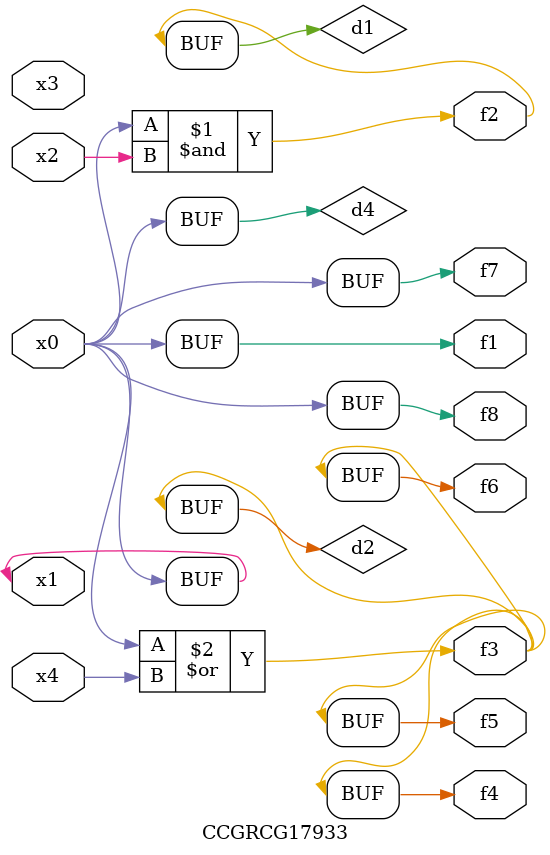
<source format=v>
module CCGRCG17933(
	input x0, x1, x2, x3, x4,
	output f1, f2, f3, f4, f5, f6, f7, f8
);

	wire d1, d2, d3, d4;

	and (d1, x0, x2);
	or (d2, x0, x4);
	nand (d3, x0, x2);
	buf (d4, x0, x1);
	assign f1 = d4;
	assign f2 = d1;
	assign f3 = d2;
	assign f4 = d2;
	assign f5 = d2;
	assign f6 = d2;
	assign f7 = d4;
	assign f8 = d4;
endmodule

</source>
